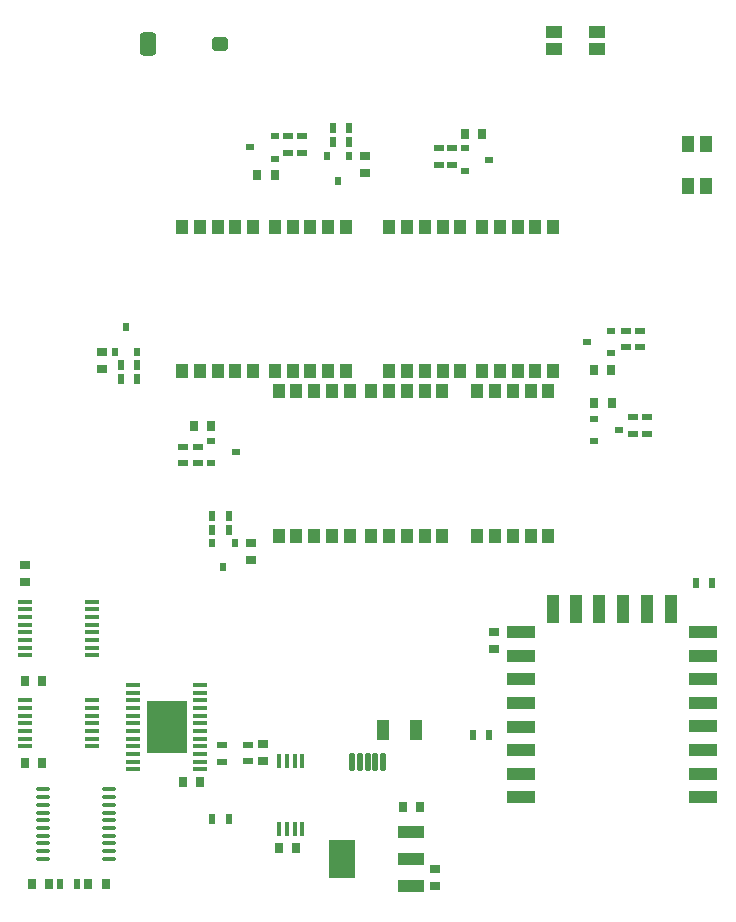
<source format=gbr>
%TF.GenerationSoftware,Altium Limited,Altium Designer,20.1.8 (145)*%
G04 Layer_Color=128*
%FSLAX44Y44*%
%MOMM*%
%TF.SameCoordinates,3BEBD2D3-E5B3-4009-AA71-14EFD01F195C*%
%TF.FilePolarity,Positive*%
%TF.FileFunction,Paste,Bot*%
%TF.Part,Single*%
G01*
G75*
%TA.AperFunction,SMDPad,CuDef*%
%ADD62O,1.2000X0.4000*%
G04:AMPARAMS|DCode=63|XSize=3.4mm|YSize=4.4mm|CornerRadius=0.085mm|HoleSize=0mm|Usage=FLASHONLY|Rotation=0.000|XOffset=0mm|YOffset=0mm|HoleType=Round|Shape=RoundedRectangle|*
%AMROUNDEDRECTD63*
21,1,3.4000,4.2300,0,0,0.0*
21,1,3.2300,4.4000,0,0,0.0*
1,1,0.1700,1.6150,-2.1150*
1,1,0.1700,-1.6150,-2.1150*
1,1,0.1700,-1.6150,2.1150*
1,1,0.1700,1.6150,2.1150*
%
%ADD63ROUNDEDRECTD63*%
%ADD64O,1.1500X0.4000*%
G04:AMPARAMS|DCode=65|XSize=0.85mm|YSize=0.5mm|CornerRadius=0.0025mm|HoleSize=0mm|Usage=FLASHONLY|Rotation=0.000|XOffset=0mm|YOffset=0mm|HoleType=Round|Shape=RoundedRectangle|*
%AMROUNDEDRECTD65*
21,1,0.8500,0.4950,0,0,0.0*
21,1,0.8450,0.5000,0,0,0.0*
1,1,0.0050,0.4225,-0.2475*
1,1,0.0050,-0.4225,-0.2475*
1,1,0.0050,-0.4225,0.2475*
1,1,0.0050,0.4225,0.2475*
%
%ADD65ROUNDEDRECTD65*%
%ADD66O,0.4000X1.2000*%
G04:AMPARAMS|DCode=67|XSize=0.85mm|YSize=0.6mm|CornerRadius=0.003mm|HoleSize=0mm|Usage=FLASHONLY|Rotation=180.000|XOffset=0mm|YOffset=0mm|HoleType=Round|Shape=RoundedRectangle|*
%AMROUNDEDRECTD67*
21,1,0.8500,0.5940,0,0,180.0*
21,1,0.8440,0.6000,0,0,180.0*
1,1,0.0060,-0.4220,0.2970*
1,1,0.0060,0.4220,0.2970*
1,1,0.0060,0.4220,-0.2970*
1,1,0.0060,-0.4220,-0.2970*
%
%ADD67ROUNDEDRECTD67*%
G04:AMPARAMS|DCode=68|XSize=0.85mm|YSize=0.6mm|CornerRadius=0.003mm|HoleSize=0mm|Usage=FLASHONLY|Rotation=90.000|XOffset=0mm|YOffset=0mm|HoleType=Round|Shape=RoundedRectangle|*
%AMROUNDEDRECTD68*
21,1,0.8500,0.5940,0,0,90.0*
21,1,0.8440,0.6000,0,0,90.0*
1,1,0.0060,0.2970,0.4220*
1,1,0.0060,0.2970,-0.4220*
1,1,0.0060,-0.2970,-0.4220*
1,1,0.0060,-0.2970,0.4220*
%
%ADD68ROUNDEDRECTD68*%
G04:AMPARAMS|DCode=69|XSize=0.55mm|YSize=0.7mm|CornerRadius=0.0028mm|HoleSize=0mm|Usage=FLASHONLY|Rotation=270.000|XOffset=0mm|YOffset=0mm|HoleType=Round|Shape=RoundedRectangle|*
%AMROUNDEDRECTD69*
21,1,0.5500,0.6945,0,0,270.0*
21,1,0.5445,0.7000,0,0,270.0*
1,1,0.0055,-0.3473,-0.2723*
1,1,0.0055,-0.3473,0.2723*
1,1,0.0055,0.3473,0.2723*
1,1,0.0055,0.3473,-0.2723*
%
%ADD69ROUNDEDRECTD69*%
G04:AMPARAMS|DCode=70|XSize=0.55mm|YSize=0.7mm|CornerRadius=0.0028mm|HoleSize=0mm|Usage=FLASHONLY|Rotation=180.000|XOffset=0mm|YOffset=0mm|HoleType=Round|Shape=RoundedRectangle|*
%AMROUNDEDRECTD70*
21,1,0.5500,0.6945,0,0,180.0*
21,1,0.5445,0.7000,0,0,180.0*
1,1,0.0055,-0.2723,0.3473*
1,1,0.0055,0.2723,0.3473*
1,1,0.0055,0.2723,-0.3473*
1,1,0.0055,-0.2723,-0.3473*
%
%ADD70ROUNDEDRECTD70*%
G04:AMPARAMS|DCode=71|XSize=1.65mm|YSize=0.95mm|CornerRadius=0.0048mm|HoleSize=0mm|Usage=FLASHONLY|Rotation=90.000|XOffset=0mm|YOffset=0mm|HoleType=Round|Shape=RoundedRectangle|*
%AMROUNDEDRECTD71*
21,1,1.6500,0.9405,0,0,90.0*
21,1,1.6405,0.9500,0,0,90.0*
1,1,0.0095,0.4703,0.8203*
1,1,0.0095,0.4703,-0.8203*
1,1,0.0095,-0.4703,-0.8203*
1,1,0.0095,-0.4703,0.8203*
%
%ADD71ROUNDEDRECTD71*%
G04:AMPARAMS|DCode=72|XSize=1mm|YSize=2.15mm|CornerRadius=0.005mm|HoleSize=0mm|Usage=FLASHONLY|Rotation=90.000|XOffset=0mm|YOffset=0mm|HoleType=Round|Shape=RoundedRectangle|*
%AMROUNDEDRECTD72*
21,1,1.0000,2.1400,0,0,90.0*
21,1,0.9900,2.1500,0,0,90.0*
1,1,0.0100,1.0700,0.4950*
1,1,0.0100,1.0700,-0.4950*
1,1,0.0100,-1.0700,-0.4950*
1,1,0.0100,-1.0700,0.4950*
%
%ADD72ROUNDEDRECTD72*%
G04:AMPARAMS|DCode=73|XSize=3.25mm|YSize=2.15mm|CornerRadius=0.0108mm|HoleSize=0mm|Usage=FLASHONLY|Rotation=90.000|XOffset=0mm|YOffset=0mm|HoleType=Round|Shape=RoundedRectangle|*
%AMROUNDEDRECTD73*
21,1,3.2500,2.1285,0,0,90.0*
21,1,3.2285,2.1500,0,0,90.0*
1,1,0.0215,1.0642,1.6143*
1,1,0.0215,1.0642,-1.6143*
1,1,0.0215,-1.0642,-1.6143*
1,1,0.0215,-1.0642,1.6143*
%
%ADD73ROUNDEDRECTD73*%
G04:AMPARAMS|DCode=74|XSize=1.1mm|YSize=2.3mm|CornerRadius=0.0055mm|HoleSize=0mm|Usage=FLASHONLY|Rotation=270.000|XOffset=0mm|YOffset=0mm|HoleType=Round|Shape=RoundedRectangle|*
%AMROUNDEDRECTD74*
21,1,1.1000,2.2890,0,0,270.0*
21,1,1.0890,2.3000,0,0,270.0*
1,1,0.0110,-1.1445,-0.5445*
1,1,0.0110,-1.1445,0.5445*
1,1,0.0110,1.1445,0.5445*
1,1,0.0110,1.1445,-0.5445*
%
%ADD74ROUNDEDRECTD74*%
G04:AMPARAMS|DCode=75|XSize=1.1mm|YSize=2.3mm|CornerRadius=0.0055mm|HoleSize=0mm|Usage=FLASHONLY|Rotation=180.000|XOffset=0mm|YOffset=0mm|HoleType=Round|Shape=RoundedRectangle|*
%AMROUNDEDRECTD75*
21,1,1.1000,2.2890,0,0,180.0*
21,1,1.0890,2.3000,0,0,180.0*
1,1,0.0110,-0.5445,1.1445*
1,1,0.0110,0.5445,1.1445*
1,1,0.0110,0.5445,-1.1445*
1,1,0.0110,-0.5445,-1.1445*
%
%ADD75ROUNDEDRECTD75*%
G04:AMPARAMS|DCode=76|XSize=0.45mm|YSize=1.5mm|CornerRadius=0.1125mm|HoleSize=0mm|Usage=FLASHONLY|Rotation=180.000|XOffset=0mm|YOffset=0mm|HoleType=Round|Shape=RoundedRectangle|*
%AMROUNDEDRECTD76*
21,1,0.4500,1.2750,0,0,180.0*
21,1,0.2250,1.5000,0,0,180.0*
1,1,0.2250,-0.1125,0.6375*
1,1,0.2250,0.1125,0.6375*
1,1,0.2250,0.1125,-0.6375*
1,1,0.2250,-0.1125,-0.6375*
%
%ADD76ROUNDEDRECTD76*%
G04:AMPARAMS|DCode=77|XSize=0.85mm|YSize=0.5mm|CornerRadius=0.0025mm|HoleSize=0mm|Usage=FLASHONLY|Rotation=90.000|XOffset=0mm|YOffset=0mm|HoleType=Round|Shape=RoundedRectangle|*
%AMROUNDEDRECTD77*
21,1,0.8500,0.4950,0,0,90.0*
21,1,0.8450,0.5000,0,0,90.0*
1,1,0.0050,0.2475,0.4225*
1,1,0.0050,0.2475,-0.4225*
1,1,0.0050,-0.2475,-0.4225*
1,1,0.0050,-0.2475,0.4225*
%
%ADD77ROUNDEDRECTD77*%
G04:AMPARAMS|DCode=78|XSize=1mm|YSize=1.25mm|CornerRadius=0.005mm|HoleSize=0mm|Usage=FLASHONLY|Rotation=180.000|XOffset=0mm|YOffset=0mm|HoleType=Round|Shape=RoundedRectangle|*
%AMROUNDEDRECTD78*
21,1,1.0000,1.2400,0,0,180.0*
21,1,0.9900,1.2500,0,0,180.0*
1,1,0.0100,-0.4950,0.6200*
1,1,0.0100,0.4950,0.6200*
1,1,0.0100,0.4950,-0.6200*
1,1,0.0100,-0.4950,-0.6200*
%
%ADD78ROUNDEDRECTD78*%
G04:AMPARAMS|DCode=79|XSize=1.4mm|YSize=1.05mm|CornerRadius=0.0053mm|HoleSize=0mm|Usage=FLASHONLY|Rotation=270.000|XOffset=0mm|YOffset=0mm|HoleType=Round|Shape=RoundedRectangle|*
%AMROUNDEDRECTD79*
21,1,1.4000,1.0395,0,0,270.0*
21,1,1.3895,1.0500,0,0,270.0*
1,1,0.0105,-0.5198,-0.6948*
1,1,0.0105,-0.5198,0.6948*
1,1,0.0105,0.5198,0.6948*
1,1,0.0105,0.5198,-0.6948*
%
%ADD79ROUNDEDRECTD79*%
G04:AMPARAMS|DCode=80|XSize=1.4mm|YSize=1.05mm|CornerRadius=0.0053mm|HoleSize=0mm|Usage=FLASHONLY|Rotation=0.000|XOffset=0mm|YOffset=0mm|HoleType=Round|Shape=RoundedRectangle|*
%AMROUNDEDRECTD80*
21,1,1.4000,1.0395,0,0,0.0*
21,1,1.3895,1.0500,0,0,0.0*
1,1,0.0105,0.6948,-0.5198*
1,1,0.0105,-0.6948,-0.5198*
1,1,0.0105,-0.6948,0.5198*
1,1,0.0105,0.6948,0.5198*
%
%ADD80ROUNDEDRECTD80*%
G04:AMPARAMS|DCode=81|XSize=1.4mm|YSize=2mm|CornerRadius=0.35mm|HoleSize=0mm|Usage=FLASHONLY|Rotation=0.000|XOffset=0mm|YOffset=0mm|HoleType=Round|Shape=RoundedRectangle|*
%AMROUNDEDRECTD81*
21,1,1.4000,1.3000,0,0,0.0*
21,1,0.7000,2.0000,0,0,0.0*
1,1,0.7000,0.3500,-0.6500*
1,1,0.7000,-0.3500,-0.6500*
1,1,0.7000,-0.3500,0.6500*
1,1,0.7000,0.3500,0.6500*
%
%ADD81ROUNDEDRECTD81*%
G04:AMPARAMS|DCode=82|XSize=1.4mm|YSize=1.2mm|CornerRadius=0.3mm|HoleSize=0mm|Usage=FLASHONLY|Rotation=0.000|XOffset=0mm|YOffset=0mm|HoleType=Round|Shape=RoundedRectangle|*
%AMROUNDEDRECTD82*
21,1,1.4000,0.6000,0,0,0.0*
21,1,0.8000,1.2000,0,0,0.0*
1,1,0.6000,0.4000,-0.3000*
1,1,0.6000,-0.4000,-0.3000*
1,1,0.6000,-0.4000,0.3000*
1,1,0.6000,0.4000,0.3000*
%
%ADD82ROUNDEDRECTD82*%
D62*
X-198500Y-338250D02*
D03*
Y-331750D02*
D03*
Y-325250D02*
D03*
Y-318750D02*
D03*
Y-312250D02*
D03*
Y-305750D02*
D03*
Y-299250D02*
D03*
Y-292750D02*
D03*
Y-286250D02*
D03*
Y-279750D02*
D03*
Y-273250D02*
D03*
Y-266750D02*
D03*
X-141500Y-338250D02*
D03*
Y-331750D02*
D03*
Y-325250D02*
D03*
Y-318750D02*
D03*
Y-312250D02*
D03*
Y-305750D02*
D03*
Y-299250D02*
D03*
Y-292750D02*
D03*
Y-286250D02*
D03*
Y-279750D02*
D03*
Y-273250D02*
D03*
Y-266750D02*
D03*
X-290340Y-318769D02*
D03*
Y-312269D02*
D03*
Y-305769D02*
D03*
Y-299269D02*
D03*
Y-292769D02*
D03*
Y-286269D02*
D03*
Y-279769D02*
D03*
X-233340Y-318769D02*
D03*
Y-312269D02*
D03*
Y-305769D02*
D03*
Y-299269D02*
D03*
Y-292769D02*
D03*
Y-286269D02*
D03*
Y-279769D02*
D03*
X-233340Y-196130D02*
D03*
Y-202630D02*
D03*
Y-209130D02*
D03*
Y-215630D02*
D03*
Y-222130D02*
D03*
Y-228630D02*
D03*
Y-235130D02*
D03*
Y-241630D02*
D03*
X-290340Y-196130D02*
D03*
Y-202630D02*
D03*
Y-209130D02*
D03*
Y-215630D02*
D03*
Y-222130D02*
D03*
Y-228630D02*
D03*
Y-235130D02*
D03*
Y-241630D02*
D03*
D63*
X-170000Y-302500D02*
D03*
D64*
X-219084Y-355231D02*
D03*
Y-361731D02*
D03*
Y-368231D02*
D03*
Y-374731D02*
D03*
Y-381231D02*
D03*
Y-387731D02*
D03*
Y-394231D02*
D03*
Y-400731D02*
D03*
Y-407231D02*
D03*
Y-413731D02*
D03*
X-275084Y-355231D02*
D03*
Y-361731D02*
D03*
Y-368231D02*
D03*
Y-374731D02*
D03*
Y-381231D02*
D03*
Y-387731D02*
D03*
Y-394231D02*
D03*
Y-400731D02*
D03*
Y-407231D02*
D03*
Y-413731D02*
D03*
D65*
X-101553Y-317500D02*
D03*
Y-331500D02*
D03*
X-123000Y-331750D02*
D03*
Y-317750D02*
D03*
X60869Y187590D02*
D03*
Y173590D02*
D03*
X71871Y187590D02*
D03*
Y173590D02*
D03*
X224460Y-40000D02*
D03*
Y-54000D02*
D03*
X-67462Y183833D02*
D03*
Y197833D02*
D03*
X218423Y19087D02*
D03*
Y33087D02*
D03*
X-143684Y-65130D02*
D03*
Y-79130D02*
D03*
X236680Y-54000D02*
D03*
Y-40000D02*
D03*
X-55484Y197833D02*
D03*
Y183833D02*
D03*
X230407Y33087D02*
D03*
Y19087D02*
D03*
X-155955Y-79130D02*
D03*
Y-65130D02*
D03*
D66*
X-55250Y-388500D02*
D03*
X-61750D02*
D03*
X-68250D02*
D03*
X-74750D02*
D03*
X-55250Y-331500D02*
D03*
X-61750D02*
D03*
X-68250D02*
D03*
X-74750D02*
D03*
D67*
X-88889D02*
D03*
Y-317000D02*
D03*
X-290340Y-165010D02*
D03*
Y-179510D02*
D03*
X-98511Y-160655D02*
D03*
Y-146155D02*
D03*
X-224690Y966D02*
D03*
Y15466D02*
D03*
X-2530Y166750D02*
D03*
Y181250D02*
D03*
X57500Y-422484D02*
D03*
Y-436984D02*
D03*
X107248Y-236530D02*
D03*
Y-222030D02*
D03*
D68*
X-74750Y-404823D02*
D03*
X-60250D02*
D03*
X-141500Y-348730D02*
D03*
X-156000D02*
D03*
X-290340Y-263698D02*
D03*
X-275840D02*
D03*
X96624Y199601D02*
D03*
X82124D02*
D03*
X206603Y-27612D02*
D03*
X192103D02*
D03*
X-93260Y165330D02*
D03*
X-78760D02*
D03*
X191903Y19D02*
D03*
X206403D02*
D03*
X-146850Y-47430D02*
D03*
X-132350D02*
D03*
X-221760Y-435021D02*
D03*
X-236260D02*
D03*
X44750Y-370468D02*
D03*
X30250D02*
D03*
X-275840Y-332578D02*
D03*
X-290340D02*
D03*
X-284271Y-435021D02*
D03*
X-269771D02*
D03*
D69*
X82124Y168590D02*
D03*
Y187590D02*
D03*
X103124Y178090D02*
D03*
X213103Y-50724D02*
D03*
X192103Y-41224D02*
D03*
Y-60224D02*
D03*
X-78760Y197833D02*
D03*
Y178833D02*
D03*
X-99760Y188333D02*
D03*
X206403Y33182D02*
D03*
Y14182D02*
D03*
X185403Y23682D02*
D03*
X-111350Y-69630D02*
D03*
X-132350Y-60130D02*
D03*
Y-79130D02*
D03*
D70*
X-131494Y-146155D02*
D03*
X-112494D02*
D03*
X-121994Y-167155D02*
D03*
X-204618Y36466D02*
D03*
X-214118Y15466D02*
D03*
X-195118D02*
D03*
X-25000Y160250D02*
D03*
X-15500Y181250D02*
D03*
X-34500D02*
D03*
D71*
X13000Y-305000D02*
D03*
X41000D02*
D03*
D72*
X36750Y-390984D02*
D03*
Y-413984D02*
D03*
Y-436984D02*
D03*
D73*
X-21750Y-413984D02*
D03*
D74*
X283750Y-361730D02*
D03*
Y-341918D02*
D03*
Y-321598D02*
D03*
Y-301786D02*
D03*
Y-281720D02*
D03*
X284004Y-261654D02*
D03*
Y-241842D02*
D03*
X129794Y-222030D02*
D03*
Y-261908D02*
D03*
Y-281720D02*
D03*
Y-302040D02*
D03*
Y-321852D02*
D03*
Y-341918D02*
D03*
X284004Y-221776D02*
D03*
X129794Y-242096D02*
D03*
Y-361730D02*
D03*
D75*
X256810Y-202202D02*
D03*
X236490D02*
D03*
X216678D02*
D03*
X196358D02*
D03*
X176546D02*
D03*
X156734D02*
D03*
D76*
X6500Y-331750D02*
D03*
X13000D02*
D03*
X-6500D02*
D03*
X-13000D02*
D03*
X0D02*
D03*
D77*
X-131377Y-380369D02*
D03*
X-117377D02*
D03*
X292000Y-180000D02*
D03*
X278000D02*
D03*
X103036Y-309191D02*
D03*
X89036D02*
D03*
X-246069Y-435021D02*
D03*
X-260069D02*
D03*
X-117494Y-135362D02*
D03*
X-131494D02*
D03*
X-195118Y3922D02*
D03*
X-209118D02*
D03*
X-15500Y192715D02*
D03*
X-29500D02*
D03*
X-131494Y-123498D02*
D03*
X-117494D02*
D03*
X-209118Y-7852D02*
D03*
X-195118D02*
D03*
X-29500Y205011D02*
D03*
X-15500D02*
D03*
D78*
X63500Y-1320D02*
D03*
X48500D02*
D03*
X33500D02*
D03*
X18500D02*
D03*
X78500D02*
D03*
X63500Y121320D02*
D03*
X33500D02*
D03*
X48500D02*
D03*
X18500D02*
D03*
X78500D02*
D03*
X-33500Y-1320D02*
D03*
X-48500D02*
D03*
X-63500D02*
D03*
X-78500D02*
D03*
X-18500D02*
D03*
X-33500Y121320D02*
D03*
X-63500D02*
D03*
X-48500D02*
D03*
X-78500D02*
D03*
X-18500D02*
D03*
X138000Y-140320D02*
D03*
X123000D02*
D03*
X108000D02*
D03*
X93000D02*
D03*
X153000D02*
D03*
X138000Y-17680D02*
D03*
X108000D02*
D03*
X123000D02*
D03*
X93000D02*
D03*
X153000D02*
D03*
X142000Y-1320D02*
D03*
X127000D02*
D03*
X112000D02*
D03*
X97000D02*
D03*
X157000D02*
D03*
X142000Y121320D02*
D03*
X112000D02*
D03*
X127000D02*
D03*
X97000D02*
D03*
X157000D02*
D03*
X48250Y-140320D02*
D03*
X33250D02*
D03*
X18250D02*
D03*
X3250D02*
D03*
X63250D02*
D03*
X48250Y-17680D02*
D03*
X18250D02*
D03*
X33250D02*
D03*
X3250D02*
D03*
X63250D02*
D03*
X-30250Y-140320D02*
D03*
X-45250D02*
D03*
X-60250D02*
D03*
X-75250D02*
D03*
X-15250D02*
D03*
X-30250Y-17680D02*
D03*
X-60250D02*
D03*
X-45250D02*
D03*
X-75250D02*
D03*
X-15250D02*
D03*
X-112000Y-1320D02*
D03*
X-127000D02*
D03*
X-142000D02*
D03*
X-157000D02*
D03*
X-97000D02*
D03*
X-112000Y121320D02*
D03*
X-142000D02*
D03*
X-127000D02*
D03*
X-157000D02*
D03*
X-97000D02*
D03*
D79*
X271731Y155447D02*
D03*
X286231D02*
D03*
Y191447D02*
D03*
X271731D02*
D03*
D80*
X193950Y271751D02*
D03*
Y286251D02*
D03*
X157950D02*
D03*
Y271751D02*
D03*
D81*
X-185661Y276198D02*
D03*
D82*
X-124661D02*
D03*
%TF.MD5,e525567ea24414d203ddacf194c8faac*%
M02*

</source>
